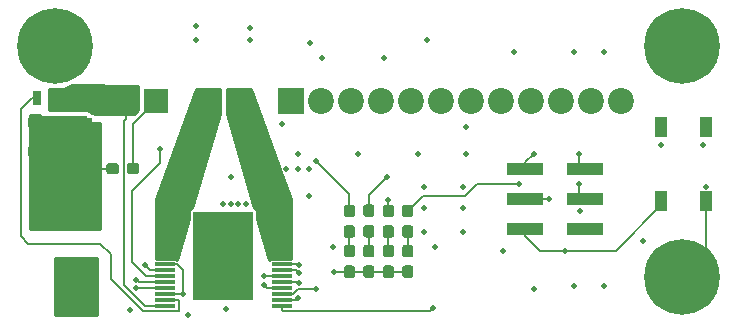
<source format=gtl>
G04 #@! TF.GenerationSoftware,KiCad,Pcbnew,5.0.2+dfsg1-1*
G04 #@! TF.CreationDate,2021-06-07T16:20:21-04:00*
G04 #@! TF.ProjectId,KyberBoard,4b796265-7242-46f6-9172-642e6b696361,rev?*
G04 #@! TF.SameCoordinates,Original*
G04 #@! TF.FileFunction,Copper,L1,Top*
G04 #@! TF.FilePolarity,Positive*
%FSLAX46Y46*%
G04 Gerber Fmt 4.6, Leading zero omitted, Abs format (unit mm)*
G04 Created by KiCad (PCBNEW 5.0.2+dfsg1-1) date Mon 07 Jun 2021 04:20:21 PM EDT*
%MOMM*%
%LPD*%
G01*
G04 APERTURE LIST*
G04 #@! TA.AperFunction,SMDPad,CuDef*
%ADD10C,1.000000*%
G04 #@! TD*
G04 #@! TA.AperFunction,Conductor*
%ADD11C,0.150000*%
G04 #@! TD*
G04 #@! TA.AperFunction,SMDPad,CuDef*
%ADD12R,0.650000X1.250000*%
G04 #@! TD*
G04 #@! TA.AperFunction,SMDPad,CuDef*
%ADD13C,2.500000*%
G04 #@! TD*
G04 #@! TA.AperFunction,SMDPad,CuDef*
%ADD14C,0.950000*%
G04 #@! TD*
G04 #@! TA.AperFunction,SMDPad,CuDef*
%ADD15R,1.700000X0.350000*%
G04 #@! TD*
G04 #@! TA.AperFunction,SMDPad,CuDef*
%ADD16R,5.200000X7.500000*%
G04 #@! TD*
G04 #@! TA.AperFunction,ViaPad*
%ADD17C,0.600000*%
G04 #@! TD*
G04 #@! TA.AperFunction,ComponentPad*
%ADD18R,2.200000X2.200000*%
G04 #@! TD*
G04 #@! TA.AperFunction,ComponentPad*
%ADD19C,2.200000*%
G04 #@! TD*
G04 #@! TA.AperFunction,ComponentPad*
%ADD20C,0.800000*%
G04 #@! TD*
G04 #@! TA.AperFunction,ComponentPad*
%ADD21C,6.400000*%
G04 #@! TD*
G04 #@! TA.AperFunction,ComponentPad*
%ADD22R,2.100000X2.100000*%
G04 #@! TD*
G04 #@! TA.AperFunction,ComponentPad*
%ADD23C,2.100000*%
G04 #@! TD*
G04 #@! TA.AperFunction,SMDPad,CuDef*
%ADD24R,3.150000X1.000000*%
G04 #@! TD*
G04 #@! TA.AperFunction,SMDPad,CuDef*
%ADD25R,1.000000X1.700000*%
G04 #@! TD*
G04 #@! TA.AperFunction,ViaPad*
%ADD26C,0.508000*%
G04 #@! TD*
G04 #@! TA.AperFunction,Conductor*
%ADD27C,0.152400*%
G04 #@! TD*
G04 #@! TA.AperFunction,Conductor*
%ADD28C,0.177800*%
G04 #@! TD*
G04 #@! TA.AperFunction,Conductor*
%ADD29C,0.203200*%
G04 #@! TD*
G04 #@! TA.AperFunction,Conductor*
%ADD30C,0.254000*%
G04 #@! TD*
G04 APERTURE END LIST*
D10*
G04 #@! TO.P,Q1,5*
G04 #@! TO.N,/hbridge/VCC*
X120523000Y-75044000D03*
D11*
G04 #@! TD*
G04 #@! TO.N,/hbridge/VCC*
G04 #@! TO.C,Q1*
G36*
X122823000Y-73994000D02*
X122823000Y-75644000D01*
X123223000Y-75644000D01*
X123223000Y-76444000D01*
X122823000Y-76444000D01*
X122823000Y-77504000D01*
X122098000Y-77504000D01*
X122098000Y-76904000D01*
X121448000Y-76904000D01*
X121448000Y-77504000D01*
X120723000Y-77504000D01*
X120723000Y-76904000D01*
X120323000Y-76904000D01*
X120323000Y-77504000D01*
X119598000Y-77504000D01*
X119598000Y-76904000D01*
X118948000Y-76904000D01*
X118948000Y-77504000D01*
X118223000Y-77504000D01*
X118223000Y-76444000D01*
X117823000Y-76444000D01*
X117823000Y-75644000D01*
X118223000Y-75644000D01*
X118223000Y-73994000D01*
X117823000Y-73994000D01*
X117823000Y-73194000D01*
X118223000Y-73194000D01*
X118223000Y-73004000D01*
X122823000Y-73004000D01*
X122823000Y-73194000D01*
X123223000Y-73194000D01*
X123223000Y-73994000D01*
X122823000Y-73994000D01*
X122823000Y-73994000D01*
G37*
D12*
G04 #@! TO.P,Q1,4*
G04 #@! TO.N,Net-(Q1-Pad4)*
X118618000Y-71479000D03*
G04 #@! TO.P,Q1,3*
G04 #@! TO.N,/BATT+*
X119888000Y-71479000D03*
G04 #@! TO.P,Q1,2*
X121158000Y-71479000D03*
G04 #@! TO.P,Q1,1*
X122428000Y-71479000D03*
G04 #@! TD*
D11*
G04 #@! TO.N,GND*
G04 #@! TO.C,C6*
G36*
X122944504Y-85473604D02*
X122968773Y-85477204D01*
X122992571Y-85483165D01*
X123015671Y-85491430D01*
X123037849Y-85501920D01*
X123058893Y-85514533D01*
X123078598Y-85529147D01*
X123096777Y-85545623D01*
X123113253Y-85563802D01*
X123127867Y-85583507D01*
X123140480Y-85604551D01*
X123150970Y-85626729D01*
X123159235Y-85649829D01*
X123165196Y-85673627D01*
X123168796Y-85697896D01*
X123170000Y-85722400D01*
X123170000Y-89622400D01*
X123168796Y-89646904D01*
X123165196Y-89671173D01*
X123159235Y-89694971D01*
X123150970Y-89718071D01*
X123140480Y-89740249D01*
X123127867Y-89761293D01*
X123113253Y-89780998D01*
X123096777Y-89799177D01*
X123078598Y-89815653D01*
X123058893Y-89830267D01*
X123037849Y-89842880D01*
X123015671Y-89853370D01*
X122992571Y-89861635D01*
X122968773Y-89867596D01*
X122944504Y-89871196D01*
X122920000Y-89872400D01*
X120920000Y-89872400D01*
X120895496Y-89871196D01*
X120871227Y-89867596D01*
X120847429Y-89861635D01*
X120824329Y-89853370D01*
X120802151Y-89842880D01*
X120781107Y-89830267D01*
X120761402Y-89815653D01*
X120743223Y-89799177D01*
X120726747Y-89780998D01*
X120712133Y-89761293D01*
X120699520Y-89740249D01*
X120689030Y-89718071D01*
X120680765Y-89694971D01*
X120674804Y-89671173D01*
X120671204Y-89646904D01*
X120670000Y-89622400D01*
X120670000Y-85722400D01*
X120671204Y-85697896D01*
X120674804Y-85673627D01*
X120680765Y-85649829D01*
X120689030Y-85626729D01*
X120699520Y-85604551D01*
X120712133Y-85583507D01*
X120726747Y-85563802D01*
X120743223Y-85545623D01*
X120761402Y-85529147D01*
X120781107Y-85514533D01*
X120802151Y-85501920D01*
X120824329Y-85491430D01*
X120847429Y-85483165D01*
X120871227Y-85477204D01*
X120895496Y-85473604D01*
X120920000Y-85472400D01*
X122920000Y-85472400D01*
X122944504Y-85473604D01*
X122944504Y-85473604D01*
G37*
D13*
G04 #@! TD*
G04 #@! TO.P,C6,2*
G04 #@! TO.N,GND*
X121920000Y-87672400D03*
D11*
G04 #@! TO.N,/hbridge/VCC*
G04 #@! TO.C,C6*
G36*
X122944504Y-78073604D02*
X122968773Y-78077204D01*
X122992571Y-78083165D01*
X123015671Y-78091430D01*
X123037849Y-78101920D01*
X123058893Y-78114533D01*
X123078598Y-78129147D01*
X123096777Y-78145623D01*
X123113253Y-78163802D01*
X123127867Y-78183507D01*
X123140480Y-78204551D01*
X123150970Y-78226729D01*
X123159235Y-78249829D01*
X123165196Y-78273627D01*
X123168796Y-78297896D01*
X123170000Y-78322400D01*
X123170000Y-82222400D01*
X123168796Y-82246904D01*
X123165196Y-82271173D01*
X123159235Y-82294971D01*
X123150970Y-82318071D01*
X123140480Y-82340249D01*
X123127867Y-82361293D01*
X123113253Y-82380998D01*
X123096777Y-82399177D01*
X123078598Y-82415653D01*
X123058893Y-82430267D01*
X123037849Y-82442880D01*
X123015671Y-82453370D01*
X122992571Y-82461635D01*
X122968773Y-82467596D01*
X122944504Y-82471196D01*
X122920000Y-82472400D01*
X120920000Y-82472400D01*
X120895496Y-82471196D01*
X120871227Y-82467596D01*
X120847429Y-82461635D01*
X120824329Y-82453370D01*
X120802151Y-82442880D01*
X120781107Y-82430267D01*
X120761402Y-82415653D01*
X120743223Y-82399177D01*
X120726747Y-82380998D01*
X120712133Y-82361293D01*
X120699520Y-82340249D01*
X120689030Y-82318071D01*
X120680765Y-82294971D01*
X120674804Y-82271173D01*
X120671204Y-82246904D01*
X120670000Y-82222400D01*
X120670000Y-78322400D01*
X120671204Y-78297896D01*
X120674804Y-78273627D01*
X120680765Y-78249829D01*
X120689030Y-78226729D01*
X120699520Y-78204551D01*
X120712133Y-78183507D01*
X120726747Y-78163802D01*
X120743223Y-78145623D01*
X120761402Y-78129147D01*
X120781107Y-78114533D01*
X120802151Y-78101920D01*
X120824329Y-78091430D01*
X120847429Y-78083165D01*
X120871227Y-78077204D01*
X120895496Y-78073604D01*
X120920000Y-78072400D01*
X122920000Y-78072400D01*
X122944504Y-78073604D01*
X122944504Y-78073604D01*
G37*
D13*
G04 #@! TD*
G04 #@! TO.P,C6,1*
G04 #@! TO.N,/hbridge/VCC*
X121920000Y-80272400D03*
D11*
G04 #@! TO.N,GND*
G04 #@! TO.C,C7*
G36*
X127042779Y-76996144D02*
X127065834Y-76999563D01*
X127088443Y-77005227D01*
X127110387Y-77013079D01*
X127131457Y-77023044D01*
X127151448Y-77035026D01*
X127170168Y-77048910D01*
X127187438Y-77064562D01*
X127203090Y-77081832D01*
X127216974Y-77100552D01*
X127228956Y-77120543D01*
X127238921Y-77141613D01*
X127246773Y-77163557D01*
X127252437Y-77186166D01*
X127255856Y-77209221D01*
X127257000Y-77232500D01*
X127257000Y-77707500D01*
X127255856Y-77730779D01*
X127252437Y-77753834D01*
X127246773Y-77776443D01*
X127238921Y-77798387D01*
X127228956Y-77819457D01*
X127216974Y-77839448D01*
X127203090Y-77858168D01*
X127187438Y-77875438D01*
X127170168Y-77891090D01*
X127151448Y-77904974D01*
X127131457Y-77916956D01*
X127110387Y-77926921D01*
X127088443Y-77934773D01*
X127065834Y-77940437D01*
X127042779Y-77943856D01*
X127019500Y-77945000D01*
X126444500Y-77945000D01*
X126421221Y-77943856D01*
X126398166Y-77940437D01*
X126375557Y-77934773D01*
X126353613Y-77926921D01*
X126332543Y-77916956D01*
X126312552Y-77904974D01*
X126293832Y-77891090D01*
X126276562Y-77875438D01*
X126260910Y-77858168D01*
X126247026Y-77839448D01*
X126235044Y-77819457D01*
X126225079Y-77798387D01*
X126217227Y-77776443D01*
X126211563Y-77753834D01*
X126208144Y-77730779D01*
X126207000Y-77707500D01*
X126207000Y-77232500D01*
X126208144Y-77209221D01*
X126211563Y-77186166D01*
X126217227Y-77163557D01*
X126225079Y-77141613D01*
X126235044Y-77120543D01*
X126247026Y-77100552D01*
X126260910Y-77081832D01*
X126276562Y-77064562D01*
X126293832Y-77048910D01*
X126312552Y-77035026D01*
X126332543Y-77023044D01*
X126353613Y-77013079D01*
X126375557Y-77005227D01*
X126398166Y-76999563D01*
X126421221Y-76996144D01*
X126444500Y-76995000D01*
X127019500Y-76995000D01*
X127042779Y-76996144D01*
X127042779Y-76996144D01*
G37*
D14*
G04 #@! TD*
G04 #@! TO.P,C7,2*
G04 #@! TO.N,GND*
X126732000Y-77470000D03*
D11*
G04 #@! TO.N,/hbridge/VCC*
G04 #@! TO.C,C7*
G36*
X125292779Y-76996144D02*
X125315834Y-76999563D01*
X125338443Y-77005227D01*
X125360387Y-77013079D01*
X125381457Y-77023044D01*
X125401448Y-77035026D01*
X125420168Y-77048910D01*
X125437438Y-77064562D01*
X125453090Y-77081832D01*
X125466974Y-77100552D01*
X125478956Y-77120543D01*
X125488921Y-77141613D01*
X125496773Y-77163557D01*
X125502437Y-77186166D01*
X125505856Y-77209221D01*
X125507000Y-77232500D01*
X125507000Y-77707500D01*
X125505856Y-77730779D01*
X125502437Y-77753834D01*
X125496773Y-77776443D01*
X125488921Y-77798387D01*
X125478956Y-77819457D01*
X125466974Y-77839448D01*
X125453090Y-77858168D01*
X125437438Y-77875438D01*
X125420168Y-77891090D01*
X125401448Y-77904974D01*
X125381457Y-77916956D01*
X125360387Y-77926921D01*
X125338443Y-77934773D01*
X125315834Y-77940437D01*
X125292779Y-77943856D01*
X125269500Y-77945000D01*
X124694500Y-77945000D01*
X124671221Y-77943856D01*
X124648166Y-77940437D01*
X124625557Y-77934773D01*
X124603613Y-77926921D01*
X124582543Y-77916956D01*
X124562552Y-77904974D01*
X124543832Y-77891090D01*
X124526562Y-77875438D01*
X124510910Y-77858168D01*
X124497026Y-77839448D01*
X124485044Y-77819457D01*
X124475079Y-77798387D01*
X124467227Y-77776443D01*
X124461563Y-77753834D01*
X124458144Y-77730779D01*
X124457000Y-77707500D01*
X124457000Y-77232500D01*
X124458144Y-77209221D01*
X124461563Y-77186166D01*
X124467227Y-77163557D01*
X124475079Y-77141613D01*
X124485044Y-77120543D01*
X124497026Y-77100552D01*
X124510910Y-77081832D01*
X124526562Y-77064562D01*
X124543832Y-77048910D01*
X124562552Y-77035026D01*
X124582543Y-77023044D01*
X124603613Y-77013079D01*
X124625557Y-77005227D01*
X124648166Y-76999563D01*
X124671221Y-76996144D01*
X124694500Y-76995000D01*
X125269500Y-76995000D01*
X125292779Y-76996144D01*
X125292779Y-76996144D01*
G37*
D14*
G04 #@! TD*
G04 #@! TO.P,C7,1*
G04 #@! TO.N,/hbridge/VCC*
X124982000Y-77470000D03*
D11*
G04 #@! TO.N,Net-(D3-Pad2)*
G04 #@! TO.C,R11*
G36*
X145294779Y-82280144D02*
X145317834Y-82283563D01*
X145340443Y-82289227D01*
X145362387Y-82297079D01*
X145383457Y-82307044D01*
X145403448Y-82319026D01*
X145422168Y-82332910D01*
X145439438Y-82348562D01*
X145455090Y-82365832D01*
X145468974Y-82384552D01*
X145480956Y-82404543D01*
X145490921Y-82425613D01*
X145498773Y-82447557D01*
X145504437Y-82470166D01*
X145507856Y-82493221D01*
X145509000Y-82516500D01*
X145509000Y-83091500D01*
X145507856Y-83114779D01*
X145504437Y-83137834D01*
X145498773Y-83160443D01*
X145490921Y-83182387D01*
X145480956Y-83203457D01*
X145468974Y-83223448D01*
X145455090Y-83242168D01*
X145439438Y-83259438D01*
X145422168Y-83275090D01*
X145403448Y-83288974D01*
X145383457Y-83300956D01*
X145362387Y-83310921D01*
X145340443Y-83318773D01*
X145317834Y-83324437D01*
X145294779Y-83327856D01*
X145271500Y-83329000D01*
X144796500Y-83329000D01*
X144773221Y-83327856D01*
X144750166Y-83324437D01*
X144727557Y-83318773D01*
X144705613Y-83310921D01*
X144684543Y-83300956D01*
X144664552Y-83288974D01*
X144645832Y-83275090D01*
X144628562Y-83259438D01*
X144612910Y-83242168D01*
X144599026Y-83223448D01*
X144587044Y-83203457D01*
X144577079Y-83182387D01*
X144569227Y-83160443D01*
X144563563Y-83137834D01*
X144560144Y-83114779D01*
X144559000Y-83091500D01*
X144559000Y-82516500D01*
X144560144Y-82493221D01*
X144563563Y-82470166D01*
X144569227Y-82447557D01*
X144577079Y-82425613D01*
X144587044Y-82404543D01*
X144599026Y-82384552D01*
X144612910Y-82365832D01*
X144628562Y-82348562D01*
X144645832Y-82332910D01*
X144664552Y-82319026D01*
X144684543Y-82307044D01*
X144705613Y-82297079D01*
X144727557Y-82289227D01*
X144750166Y-82283563D01*
X144773221Y-82280144D01*
X144796500Y-82279000D01*
X145271500Y-82279000D01*
X145294779Y-82280144D01*
X145294779Y-82280144D01*
G37*
D14*
G04 #@! TD*
G04 #@! TO.P,R11,2*
G04 #@! TO.N,Net-(D3-Pad2)*
X145034000Y-82804000D03*
D11*
G04 #@! TO.N,Net-(Q2-Pad4)*
G04 #@! TO.C,R11*
G36*
X145294779Y-80530144D02*
X145317834Y-80533563D01*
X145340443Y-80539227D01*
X145362387Y-80547079D01*
X145383457Y-80557044D01*
X145403448Y-80569026D01*
X145422168Y-80582910D01*
X145439438Y-80598562D01*
X145455090Y-80615832D01*
X145468974Y-80634552D01*
X145480956Y-80654543D01*
X145490921Y-80675613D01*
X145498773Y-80697557D01*
X145504437Y-80720166D01*
X145507856Y-80743221D01*
X145509000Y-80766500D01*
X145509000Y-81341500D01*
X145507856Y-81364779D01*
X145504437Y-81387834D01*
X145498773Y-81410443D01*
X145490921Y-81432387D01*
X145480956Y-81453457D01*
X145468974Y-81473448D01*
X145455090Y-81492168D01*
X145439438Y-81509438D01*
X145422168Y-81525090D01*
X145403448Y-81538974D01*
X145383457Y-81550956D01*
X145362387Y-81560921D01*
X145340443Y-81568773D01*
X145317834Y-81574437D01*
X145294779Y-81577856D01*
X145271500Y-81579000D01*
X144796500Y-81579000D01*
X144773221Y-81577856D01*
X144750166Y-81574437D01*
X144727557Y-81568773D01*
X144705613Y-81560921D01*
X144684543Y-81550956D01*
X144664552Y-81538974D01*
X144645832Y-81525090D01*
X144628562Y-81509438D01*
X144612910Y-81492168D01*
X144599026Y-81473448D01*
X144587044Y-81453457D01*
X144577079Y-81432387D01*
X144569227Y-81410443D01*
X144563563Y-81387834D01*
X144560144Y-81364779D01*
X144559000Y-81341500D01*
X144559000Y-80766500D01*
X144560144Y-80743221D01*
X144563563Y-80720166D01*
X144569227Y-80697557D01*
X144577079Y-80675613D01*
X144587044Y-80654543D01*
X144599026Y-80634552D01*
X144612910Y-80615832D01*
X144628562Y-80598562D01*
X144645832Y-80582910D01*
X144664552Y-80569026D01*
X144684543Y-80557044D01*
X144705613Y-80547079D01*
X144727557Y-80539227D01*
X144750166Y-80533563D01*
X144773221Y-80530144D01*
X144796500Y-80529000D01*
X145271500Y-80529000D01*
X145294779Y-80530144D01*
X145294779Y-80530144D01*
G37*
D14*
G04 #@! TD*
G04 #@! TO.P,R11,1*
G04 #@! TO.N,Net-(Q2-Pad4)*
X145034000Y-81054000D03*
D15*
G04 #@! TO.P,U2,1*
G04 #@! TO.N,/MOT+*
X129433500Y-80586000D03*
G04 #@! TO.P,U2,2*
X129433500Y-81086000D03*
G04 #@! TO.P,U2,3*
X129433500Y-81586000D03*
G04 #@! TO.P,U2,4*
X129433500Y-82086000D03*
G04 #@! TO.P,U2,5*
X129433500Y-82586000D03*
G04 #@! TO.P,U2,6*
X129433500Y-83086000D03*
G04 #@! TO.P,U2,7*
X129433500Y-83586000D03*
G04 #@! TO.P,U2,8*
X129433500Y-84086000D03*
G04 #@! TO.P,U2,9*
X129433500Y-84586000D03*
G04 #@! TO.P,U2,10*
X129433500Y-85086000D03*
G04 #@! TO.P,U2,11*
G04 #@! TO.N,/hbridge/INA*
X129433500Y-85586000D03*
G04 #@! TO.P,U2,12*
G04 #@! TO.N,+3V3*
X129433500Y-86086000D03*
G04 #@! TO.P,U2,13*
G04 #@! TO.N,Net-(Q4-Pad4)*
X129433500Y-86586000D03*
G04 #@! TO.P,U2,14*
G04 #@! TO.N,GND*
X129433500Y-87086000D03*
G04 #@! TO.P,U2,15*
G04 #@! TO.N,Net-(R12-Pad1)*
X129433500Y-87586000D03*
G04 #@! TO.P,U2,16*
G04 #@! TO.N,/hbridge/INA*
X129433500Y-88086000D03*
G04 #@! TO.P,U2,17*
G04 #@! TO.N,Net-(Q1-Pad4)*
X129433500Y-88586000D03*
G04 #@! TO.P,U2,18*
G04 #@! TO.N,/BATT+*
X129433500Y-89086000D03*
G04 #@! TO.P,U2,19*
G04 #@! TO.N,/hbridge/imtr*
X139298500Y-89086000D03*
G04 #@! TO.P,U2,20*
G04 #@! TO.N,/hbridge/PWM_MTR*
X139298500Y-88586000D03*
G04 #@! TO.P,U2,21*
G04 #@! TO.N,/hbridge/INB*
X139298500Y-88086000D03*
G04 #@! TO.P,U2,22*
G04 #@! TO.N,Net-(R13-Pad1)*
X139298500Y-87586000D03*
G04 #@! TO.P,U2,23*
G04 #@! TO.N,GND*
X139298500Y-87086000D03*
G04 #@! TO.P,U2,24*
G04 #@! TO.N,Net-(Q4-Pad2)*
X139298500Y-86586000D03*
G04 #@! TO.P,U2,25*
G04 #@! TO.N,Net-(C8-Pad1)*
X139298500Y-86086000D03*
G04 #@! TO.P,U2,26*
G04 #@! TO.N,GND*
X139298500Y-85586000D03*
G04 #@! TO.P,U2,27*
G04 #@! TO.N,/MOT-*
X139298500Y-85086000D03*
G04 #@! TO.P,U2,28*
X139298500Y-84586000D03*
G04 #@! TO.P,U2,29*
X139298500Y-84086000D03*
G04 #@! TO.P,U2,30*
X139298500Y-83586000D03*
G04 #@! TO.P,U2,31*
X139298500Y-83086000D03*
G04 #@! TO.P,U2,32*
X139298500Y-82586000D03*
G04 #@! TO.P,U2,33*
X139298500Y-82086000D03*
G04 #@! TO.P,U2,34*
X139298500Y-81586000D03*
G04 #@! TO.P,U2,35*
X139298500Y-81086000D03*
G04 #@! TO.P,U2,36*
X139298500Y-80586000D03*
D16*
G04 #@! TO.P,U2,37*
G04 #@! TO.N,/hbridge/VCC*
X134366000Y-84836000D03*
D17*
G04 #@! TD*
G04 #@! TO.N,/hbridge/VCC*
G04 #@! TO.C,U2*
X132866000Y-83336000D03*
G04 #@! TO.N,/hbridge/VCC*
G04 #@! TO.C,U2*
X134366000Y-83336000D03*
X135866000Y-83336000D03*
X132866000Y-84336000D03*
X134366000Y-84336000D03*
X135866000Y-84336000D03*
X132866000Y-85336000D03*
X134366000Y-85336000D03*
X135866000Y-85336000D03*
X132866000Y-86336000D03*
X134366000Y-86336000D03*
X135866000Y-86336000D03*
G04 #@! TD*
D11*
G04 #@! TO.N,/micro/LED_HBEAT*
G04 #@! TO.C,R6*
G36*
X150247779Y-80530144D02*
X150270834Y-80533563D01*
X150293443Y-80539227D01*
X150315387Y-80547079D01*
X150336457Y-80557044D01*
X150356448Y-80569026D01*
X150375168Y-80582910D01*
X150392438Y-80598562D01*
X150408090Y-80615832D01*
X150421974Y-80634552D01*
X150433956Y-80654543D01*
X150443921Y-80675613D01*
X150451773Y-80697557D01*
X150457437Y-80720166D01*
X150460856Y-80743221D01*
X150462000Y-80766500D01*
X150462000Y-81341500D01*
X150460856Y-81364779D01*
X150457437Y-81387834D01*
X150451773Y-81410443D01*
X150443921Y-81432387D01*
X150433956Y-81453457D01*
X150421974Y-81473448D01*
X150408090Y-81492168D01*
X150392438Y-81509438D01*
X150375168Y-81525090D01*
X150356448Y-81538974D01*
X150336457Y-81550956D01*
X150315387Y-81560921D01*
X150293443Y-81568773D01*
X150270834Y-81574437D01*
X150247779Y-81577856D01*
X150224500Y-81579000D01*
X149749500Y-81579000D01*
X149726221Y-81577856D01*
X149703166Y-81574437D01*
X149680557Y-81568773D01*
X149658613Y-81560921D01*
X149637543Y-81550956D01*
X149617552Y-81538974D01*
X149598832Y-81525090D01*
X149581562Y-81509438D01*
X149565910Y-81492168D01*
X149552026Y-81473448D01*
X149540044Y-81453457D01*
X149530079Y-81432387D01*
X149522227Y-81410443D01*
X149516563Y-81387834D01*
X149513144Y-81364779D01*
X149512000Y-81341500D01*
X149512000Y-80766500D01*
X149513144Y-80743221D01*
X149516563Y-80720166D01*
X149522227Y-80697557D01*
X149530079Y-80675613D01*
X149540044Y-80654543D01*
X149552026Y-80634552D01*
X149565910Y-80615832D01*
X149581562Y-80598562D01*
X149598832Y-80582910D01*
X149617552Y-80569026D01*
X149637543Y-80557044D01*
X149658613Y-80547079D01*
X149680557Y-80539227D01*
X149703166Y-80533563D01*
X149726221Y-80530144D01*
X149749500Y-80529000D01*
X150224500Y-80529000D01*
X150247779Y-80530144D01*
X150247779Y-80530144D01*
G37*
D14*
G04 #@! TD*
G04 #@! TO.P,R6,2*
G04 #@! TO.N,/micro/LED_HBEAT*
X149987000Y-81054000D03*
D11*
G04 #@! TO.N,Net-(D1-Pad2)*
G04 #@! TO.C,R6*
G36*
X150247779Y-82280144D02*
X150270834Y-82283563D01*
X150293443Y-82289227D01*
X150315387Y-82297079D01*
X150336457Y-82307044D01*
X150356448Y-82319026D01*
X150375168Y-82332910D01*
X150392438Y-82348562D01*
X150408090Y-82365832D01*
X150421974Y-82384552D01*
X150433956Y-82404543D01*
X150443921Y-82425613D01*
X150451773Y-82447557D01*
X150457437Y-82470166D01*
X150460856Y-82493221D01*
X150462000Y-82516500D01*
X150462000Y-83091500D01*
X150460856Y-83114779D01*
X150457437Y-83137834D01*
X150451773Y-83160443D01*
X150443921Y-83182387D01*
X150433956Y-83203457D01*
X150421974Y-83223448D01*
X150408090Y-83242168D01*
X150392438Y-83259438D01*
X150375168Y-83275090D01*
X150356448Y-83288974D01*
X150336457Y-83300956D01*
X150315387Y-83310921D01*
X150293443Y-83318773D01*
X150270834Y-83324437D01*
X150247779Y-83327856D01*
X150224500Y-83329000D01*
X149749500Y-83329000D01*
X149726221Y-83327856D01*
X149703166Y-83324437D01*
X149680557Y-83318773D01*
X149658613Y-83310921D01*
X149637543Y-83300956D01*
X149617552Y-83288974D01*
X149598832Y-83275090D01*
X149581562Y-83259438D01*
X149565910Y-83242168D01*
X149552026Y-83223448D01*
X149540044Y-83203457D01*
X149530079Y-83182387D01*
X149522227Y-83160443D01*
X149516563Y-83137834D01*
X149513144Y-83114779D01*
X149512000Y-83091500D01*
X149512000Y-82516500D01*
X149513144Y-82493221D01*
X149516563Y-82470166D01*
X149522227Y-82447557D01*
X149530079Y-82425613D01*
X149540044Y-82404543D01*
X149552026Y-82384552D01*
X149565910Y-82365832D01*
X149581562Y-82348562D01*
X149598832Y-82332910D01*
X149617552Y-82319026D01*
X149637543Y-82307044D01*
X149658613Y-82297079D01*
X149680557Y-82289227D01*
X149703166Y-82283563D01*
X149726221Y-82280144D01*
X149749500Y-82279000D01*
X150224500Y-82279000D01*
X150247779Y-82280144D01*
X150247779Y-82280144D01*
G37*
D14*
G04 #@! TD*
G04 #@! TO.P,R6,1*
G04 #@! TO.N,Net-(D1-Pad2)*
X149987000Y-82804000D03*
D11*
G04 #@! TO.N,Net-(D10-Pad2)*
G04 #@! TO.C,R18*
G36*
X146945779Y-82266144D02*
X146968834Y-82269563D01*
X146991443Y-82275227D01*
X147013387Y-82283079D01*
X147034457Y-82293044D01*
X147054448Y-82305026D01*
X147073168Y-82318910D01*
X147090438Y-82334562D01*
X147106090Y-82351832D01*
X147119974Y-82370552D01*
X147131956Y-82390543D01*
X147141921Y-82411613D01*
X147149773Y-82433557D01*
X147155437Y-82456166D01*
X147158856Y-82479221D01*
X147160000Y-82502500D01*
X147160000Y-83077500D01*
X147158856Y-83100779D01*
X147155437Y-83123834D01*
X147149773Y-83146443D01*
X147141921Y-83168387D01*
X147131956Y-83189457D01*
X147119974Y-83209448D01*
X147106090Y-83228168D01*
X147090438Y-83245438D01*
X147073168Y-83261090D01*
X147054448Y-83274974D01*
X147034457Y-83286956D01*
X147013387Y-83296921D01*
X146991443Y-83304773D01*
X146968834Y-83310437D01*
X146945779Y-83313856D01*
X146922500Y-83315000D01*
X146447500Y-83315000D01*
X146424221Y-83313856D01*
X146401166Y-83310437D01*
X146378557Y-83304773D01*
X146356613Y-83296921D01*
X146335543Y-83286956D01*
X146315552Y-83274974D01*
X146296832Y-83261090D01*
X146279562Y-83245438D01*
X146263910Y-83228168D01*
X146250026Y-83209448D01*
X146238044Y-83189457D01*
X146228079Y-83168387D01*
X146220227Y-83146443D01*
X146214563Y-83123834D01*
X146211144Y-83100779D01*
X146210000Y-83077500D01*
X146210000Y-82502500D01*
X146211144Y-82479221D01*
X146214563Y-82456166D01*
X146220227Y-82433557D01*
X146228079Y-82411613D01*
X146238044Y-82390543D01*
X146250026Y-82370552D01*
X146263910Y-82351832D01*
X146279562Y-82334562D01*
X146296832Y-82318910D01*
X146315552Y-82305026D01*
X146335543Y-82293044D01*
X146356613Y-82283079D01*
X146378557Y-82275227D01*
X146401166Y-82269563D01*
X146424221Y-82266144D01*
X146447500Y-82265000D01*
X146922500Y-82265000D01*
X146945779Y-82266144D01*
X146945779Y-82266144D01*
G37*
D14*
G04 #@! TD*
G04 #@! TO.P,R18,2*
G04 #@! TO.N,Net-(D10-Pad2)*
X146685000Y-82790000D03*
D11*
G04 #@! TO.N,+12C*
G04 #@! TO.C,R18*
G36*
X146945779Y-80516144D02*
X146968834Y-80519563D01*
X146991443Y-80525227D01*
X147013387Y-80533079D01*
X147034457Y-80543044D01*
X147054448Y-80555026D01*
X147073168Y-80568910D01*
X147090438Y-80584562D01*
X147106090Y-80601832D01*
X147119974Y-80620552D01*
X147131956Y-80640543D01*
X147141921Y-80661613D01*
X147149773Y-80683557D01*
X147155437Y-80706166D01*
X147158856Y-80729221D01*
X147160000Y-80752500D01*
X147160000Y-81327500D01*
X147158856Y-81350779D01*
X147155437Y-81373834D01*
X147149773Y-81396443D01*
X147141921Y-81418387D01*
X147131956Y-81439457D01*
X147119974Y-81459448D01*
X147106090Y-81478168D01*
X147090438Y-81495438D01*
X147073168Y-81511090D01*
X147054448Y-81524974D01*
X147034457Y-81536956D01*
X147013387Y-81546921D01*
X146991443Y-81554773D01*
X146968834Y-81560437D01*
X146945779Y-81563856D01*
X146922500Y-81565000D01*
X146447500Y-81565000D01*
X146424221Y-81563856D01*
X146401166Y-81560437D01*
X146378557Y-81554773D01*
X146356613Y-81546921D01*
X146335543Y-81536956D01*
X146315552Y-81524974D01*
X146296832Y-81511090D01*
X146279562Y-81495438D01*
X146263910Y-81478168D01*
X146250026Y-81459448D01*
X146238044Y-81439457D01*
X146228079Y-81418387D01*
X146220227Y-81396443D01*
X146214563Y-81373834D01*
X146211144Y-81350779D01*
X146210000Y-81327500D01*
X146210000Y-80752500D01*
X146211144Y-80729221D01*
X146214563Y-80706166D01*
X146220227Y-80683557D01*
X146228079Y-80661613D01*
X146238044Y-80640543D01*
X146250026Y-80620552D01*
X146263910Y-80601832D01*
X146279562Y-80584562D01*
X146296832Y-80568910D01*
X146315552Y-80555026D01*
X146335543Y-80543044D01*
X146356613Y-80533079D01*
X146378557Y-80525227D01*
X146401166Y-80519563D01*
X146424221Y-80516144D01*
X146447500Y-80515000D01*
X146922500Y-80515000D01*
X146945779Y-80516144D01*
X146945779Y-80516144D01*
G37*
D14*
G04 #@! TD*
G04 #@! TO.P,R18,1*
G04 #@! TO.N,+12C*
X146685000Y-81040000D03*
D11*
G04 #@! TO.N,+3V3*
G04 #@! TO.C,R19*
G36*
X148596779Y-80530144D02*
X148619834Y-80533563D01*
X148642443Y-80539227D01*
X148664387Y-80547079D01*
X148685457Y-80557044D01*
X148705448Y-80569026D01*
X148724168Y-80582910D01*
X148741438Y-80598562D01*
X148757090Y-80615832D01*
X148770974Y-80634552D01*
X148782956Y-80654543D01*
X148792921Y-80675613D01*
X148800773Y-80697557D01*
X148806437Y-80720166D01*
X148809856Y-80743221D01*
X148811000Y-80766500D01*
X148811000Y-81341500D01*
X148809856Y-81364779D01*
X148806437Y-81387834D01*
X148800773Y-81410443D01*
X148792921Y-81432387D01*
X148782956Y-81453457D01*
X148770974Y-81473448D01*
X148757090Y-81492168D01*
X148741438Y-81509438D01*
X148724168Y-81525090D01*
X148705448Y-81538974D01*
X148685457Y-81550956D01*
X148664387Y-81560921D01*
X148642443Y-81568773D01*
X148619834Y-81574437D01*
X148596779Y-81577856D01*
X148573500Y-81579000D01*
X148098500Y-81579000D01*
X148075221Y-81577856D01*
X148052166Y-81574437D01*
X148029557Y-81568773D01*
X148007613Y-81560921D01*
X147986543Y-81550956D01*
X147966552Y-81538974D01*
X147947832Y-81525090D01*
X147930562Y-81509438D01*
X147914910Y-81492168D01*
X147901026Y-81473448D01*
X147889044Y-81453457D01*
X147879079Y-81432387D01*
X147871227Y-81410443D01*
X147865563Y-81387834D01*
X147862144Y-81364779D01*
X147861000Y-81341500D01*
X147861000Y-80766500D01*
X147862144Y-80743221D01*
X147865563Y-80720166D01*
X147871227Y-80697557D01*
X147879079Y-80675613D01*
X147889044Y-80654543D01*
X147901026Y-80634552D01*
X147914910Y-80615832D01*
X147930562Y-80598562D01*
X147947832Y-80582910D01*
X147966552Y-80569026D01*
X147986543Y-80557044D01*
X148007613Y-80547079D01*
X148029557Y-80539227D01*
X148052166Y-80533563D01*
X148075221Y-80530144D01*
X148098500Y-80529000D01*
X148573500Y-80529000D01*
X148596779Y-80530144D01*
X148596779Y-80530144D01*
G37*
D14*
G04 #@! TD*
G04 #@! TO.P,R19,1*
G04 #@! TO.N,+3V3*
X148336000Y-81054000D03*
D11*
G04 #@! TO.N,Net-(D11-Pad2)*
G04 #@! TO.C,R19*
G36*
X148596779Y-82280144D02*
X148619834Y-82283563D01*
X148642443Y-82289227D01*
X148664387Y-82297079D01*
X148685457Y-82307044D01*
X148705448Y-82319026D01*
X148724168Y-82332910D01*
X148741438Y-82348562D01*
X148757090Y-82365832D01*
X148770974Y-82384552D01*
X148782956Y-82404543D01*
X148792921Y-82425613D01*
X148800773Y-82447557D01*
X148806437Y-82470166D01*
X148809856Y-82493221D01*
X148811000Y-82516500D01*
X148811000Y-83091500D01*
X148809856Y-83114779D01*
X148806437Y-83137834D01*
X148800773Y-83160443D01*
X148792921Y-83182387D01*
X148782956Y-83203457D01*
X148770974Y-83223448D01*
X148757090Y-83242168D01*
X148741438Y-83259438D01*
X148724168Y-83275090D01*
X148705448Y-83288974D01*
X148685457Y-83300956D01*
X148664387Y-83310921D01*
X148642443Y-83318773D01*
X148619834Y-83324437D01*
X148596779Y-83327856D01*
X148573500Y-83329000D01*
X148098500Y-83329000D01*
X148075221Y-83327856D01*
X148052166Y-83324437D01*
X148029557Y-83318773D01*
X148007613Y-83310921D01*
X147986543Y-83300956D01*
X147966552Y-83288974D01*
X147947832Y-83275090D01*
X147930562Y-83259438D01*
X147914910Y-83242168D01*
X147901026Y-83223448D01*
X147889044Y-83203457D01*
X147879079Y-83182387D01*
X147871227Y-83160443D01*
X147865563Y-83137834D01*
X147862144Y-83114779D01*
X147861000Y-83091500D01*
X147861000Y-82516500D01*
X147862144Y-82493221D01*
X147865563Y-82470166D01*
X147871227Y-82447557D01*
X147879079Y-82425613D01*
X147889044Y-82404543D01*
X147901026Y-82384552D01*
X147914910Y-82365832D01*
X147930562Y-82348562D01*
X147947832Y-82332910D01*
X147966552Y-82319026D01*
X147986543Y-82307044D01*
X148007613Y-82297079D01*
X148029557Y-82289227D01*
X148052166Y-82283563D01*
X148075221Y-82280144D01*
X148098500Y-82279000D01*
X148573500Y-82279000D01*
X148596779Y-82280144D01*
X148596779Y-82280144D01*
G37*
D14*
G04 #@! TD*
G04 #@! TO.P,R19,2*
G04 #@! TO.N,Net-(D11-Pad2)*
X148336000Y-82804000D03*
D18*
G04 #@! TO.P,,1*
G04 #@! TO.N,+12V*
X140081000Y-71755000D03*
D19*
G04 #@! TO.P,,2*
G04 #@! TO.N,/SOL-*
X142621000Y-71755000D03*
G04 #@! TO.P,,3*
G04 #@! TO.N,/LED+*
X145161000Y-71755000D03*
G04 #@! TO.P,,4*
G04 #@! TO.N,/LED-*
X147701000Y-71755000D03*
G04 #@! TO.P,,5*
G04 #@! TO.N,/SPKR+*
X150241000Y-71755000D03*
G04 #@! TO.P,,6*
G04 #@! TO.N,/SPKR-*
X152781000Y-71755000D03*
G04 #@! TO.P,,7*
G04 #@! TO.N,+3V3*
X155321000Y-71755000D03*
G04 #@! TO.P,,8*
G04 #@! TO.N,/BTN*
X157861000Y-71755000D03*
G04 #@! TO.P,,9*
G04 #@! TO.N,+3V3*
X160401000Y-71755000D03*
G04 #@! TO.P,,10*
G04 #@! TO.N,/ENC_A*
X162941000Y-71755000D03*
G04 #@! TO.P,,11*
G04 #@! TO.N,/ENC_B*
X165481000Y-71755000D03*
G04 #@! TO.P,,12*
G04 #@! TO.N,GND*
X168021000Y-71755000D03*
G04 #@! TD*
D11*
G04 #@! TO.N,Net-(D1-Pad2)*
G04 #@! TO.C,HBT*
G36*
X150247779Y-83931144D02*
X150270834Y-83934563D01*
X150293443Y-83940227D01*
X150315387Y-83948079D01*
X150336457Y-83958044D01*
X150356448Y-83970026D01*
X150375168Y-83983910D01*
X150392438Y-83999562D01*
X150408090Y-84016832D01*
X150421974Y-84035552D01*
X150433956Y-84055543D01*
X150443921Y-84076613D01*
X150451773Y-84098557D01*
X150457437Y-84121166D01*
X150460856Y-84144221D01*
X150462000Y-84167500D01*
X150462000Y-84742500D01*
X150460856Y-84765779D01*
X150457437Y-84788834D01*
X150451773Y-84811443D01*
X150443921Y-84833387D01*
X150433956Y-84854457D01*
X150421974Y-84874448D01*
X150408090Y-84893168D01*
X150392438Y-84910438D01*
X150375168Y-84926090D01*
X150356448Y-84939974D01*
X150336457Y-84951956D01*
X150315387Y-84961921D01*
X150293443Y-84969773D01*
X150270834Y-84975437D01*
X150247779Y-84978856D01*
X150224500Y-84980000D01*
X149749500Y-84980000D01*
X149726221Y-84978856D01*
X149703166Y-84975437D01*
X149680557Y-84969773D01*
X149658613Y-84961921D01*
X149637543Y-84951956D01*
X149617552Y-84939974D01*
X149598832Y-84926090D01*
X149581562Y-84910438D01*
X149565910Y-84893168D01*
X149552026Y-84874448D01*
X149540044Y-84854457D01*
X149530079Y-84833387D01*
X149522227Y-84811443D01*
X149516563Y-84788834D01*
X149513144Y-84765779D01*
X149512000Y-84742500D01*
X149512000Y-84167500D01*
X149513144Y-84144221D01*
X149516563Y-84121166D01*
X149522227Y-84098557D01*
X149530079Y-84076613D01*
X149540044Y-84055543D01*
X149552026Y-84035552D01*
X149565910Y-84016832D01*
X149581562Y-83999562D01*
X149598832Y-83983910D01*
X149617552Y-83970026D01*
X149637543Y-83958044D01*
X149658613Y-83948079D01*
X149680557Y-83940227D01*
X149703166Y-83934563D01*
X149726221Y-83931144D01*
X149749500Y-83930000D01*
X150224500Y-83930000D01*
X150247779Y-83931144D01*
X150247779Y-83931144D01*
G37*
D14*
G04 #@! TD*
G04 #@! TO.P,HBT,2*
G04 #@! TO.N,Net-(D1-Pad2)*
X149987000Y-84455000D03*
D11*
G04 #@! TO.N,GND*
G04 #@! TO.C,HBT*
G36*
X150247779Y-85681144D02*
X150270834Y-85684563D01*
X150293443Y-85690227D01*
X150315387Y-85698079D01*
X150336457Y-85708044D01*
X150356448Y-85720026D01*
X150375168Y-85733910D01*
X150392438Y-85749562D01*
X150408090Y-85766832D01*
X150421974Y-85785552D01*
X150433956Y-85805543D01*
X150443921Y-85826613D01*
X150451773Y-85848557D01*
X150457437Y-85871166D01*
X150460856Y-85894221D01*
X150462000Y-85917500D01*
X150462000Y-86492500D01*
X150460856Y-86515779D01*
X150457437Y-86538834D01*
X150451773Y-86561443D01*
X150443921Y-86583387D01*
X150433956Y-86604457D01*
X150421974Y-86624448D01*
X150408090Y-86643168D01*
X150392438Y-86660438D01*
X150375168Y-86676090D01*
X150356448Y-86689974D01*
X150336457Y-86701956D01*
X150315387Y-86711921D01*
X150293443Y-86719773D01*
X150270834Y-86725437D01*
X150247779Y-86728856D01*
X150224500Y-86730000D01*
X149749500Y-86730000D01*
X149726221Y-86728856D01*
X149703166Y-86725437D01*
X149680557Y-86719773D01*
X149658613Y-86711921D01*
X149637543Y-86701956D01*
X149617552Y-86689974D01*
X149598832Y-86676090D01*
X149581562Y-86660438D01*
X149565910Y-86643168D01*
X149552026Y-86624448D01*
X149540044Y-86604457D01*
X149530079Y-86583387D01*
X149522227Y-86561443D01*
X149516563Y-86538834D01*
X149513144Y-86515779D01*
X149512000Y-86492500D01*
X149512000Y-85917500D01*
X149513144Y-85894221D01*
X149516563Y-85871166D01*
X149522227Y-85848557D01*
X149530079Y-85826613D01*
X149540044Y-85805543D01*
X149552026Y-85785552D01*
X149565910Y-85766832D01*
X149581562Y-85749562D01*
X149598832Y-85733910D01*
X149617552Y-85720026D01*
X149637543Y-85708044D01*
X149658613Y-85698079D01*
X149680557Y-85690227D01*
X149703166Y-85684563D01*
X149726221Y-85681144D01*
X149749500Y-85680000D01*
X150224500Y-85680000D01*
X150247779Y-85681144D01*
X150247779Y-85681144D01*
G37*
D14*
G04 #@! TD*
G04 #@! TO.P,HBT,1*
G04 #@! TO.N,GND*
X149987000Y-86205000D03*
D11*
G04 #@! TO.N,GND*
G04 #@! TO.C,UVL*
G36*
X145294779Y-85681144D02*
X145317834Y-85684563D01*
X145340443Y-85690227D01*
X145362387Y-85698079D01*
X145383457Y-85708044D01*
X145403448Y-85720026D01*
X145422168Y-85733910D01*
X145439438Y-85749562D01*
X145455090Y-85766832D01*
X145468974Y-85785552D01*
X145480956Y-85805543D01*
X145490921Y-85826613D01*
X145498773Y-85848557D01*
X145504437Y-85871166D01*
X145507856Y-85894221D01*
X145509000Y-85917500D01*
X145509000Y-86492500D01*
X145507856Y-86515779D01*
X145504437Y-86538834D01*
X145498773Y-86561443D01*
X145490921Y-86583387D01*
X145480956Y-86604457D01*
X145468974Y-86624448D01*
X145455090Y-86643168D01*
X145439438Y-86660438D01*
X145422168Y-86676090D01*
X145403448Y-86689974D01*
X145383457Y-86701956D01*
X145362387Y-86711921D01*
X145340443Y-86719773D01*
X145317834Y-86725437D01*
X145294779Y-86728856D01*
X145271500Y-86730000D01*
X144796500Y-86730000D01*
X144773221Y-86728856D01*
X144750166Y-86725437D01*
X144727557Y-86719773D01*
X144705613Y-86711921D01*
X144684543Y-86701956D01*
X144664552Y-86689974D01*
X144645832Y-86676090D01*
X144628562Y-86660438D01*
X144612910Y-86643168D01*
X144599026Y-86624448D01*
X144587044Y-86604457D01*
X144577079Y-86583387D01*
X144569227Y-86561443D01*
X144563563Y-86538834D01*
X144560144Y-86515779D01*
X144559000Y-86492500D01*
X144559000Y-85917500D01*
X144560144Y-85894221D01*
X144563563Y-85871166D01*
X144569227Y-85848557D01*
X144577079Y-85826613D01*
X144587044Y-85805543D01*
X144599026Y-85785552D01*
X144612910Y-85766832D01*
X144628562Y-85749562D01*
X144645832Y-85733910D01*
X144664552Y-85720026D01*
X144684543Y-85708044D01*
X144705613Y-85698079D01*
X144727557Y-85690227D01*
X144750166Y-85684563D01*
X144773221Y-85681144D01*
X144796500Y-85680000D01*
X145271500Y-85680000D01*
X145294779Y-85681144D01*
X145294779Y-85681144D01*
G37*
D14*
G04 #@! TD*
G04 #@! TO.P,UVL,1*
G04 #@! TO.N,GND*
X145034000Y-86205000D03*
D11*
G04 #@! TO.N,Net-(D3-Pad2)*
G04 #@! TO.C,UVL*
G36*
X145294779Y-83931144D02*
X145317834Y-83934563D01*
X145340443Y-83940227D01*
X145362387Y-83948079D01*
X145383457Y-83958044D01*
X145403448Y-83970026D01*
X145422168Y-83983910D01*
X145439438Y-83999562D01*
X145455090Y-84016832D01*
X145468974Y-84035552D01*
X145480956Y-84055543D01*
X145490921Y-84076613D01*
X145498773Y-84098557D01*
X145504437Y-84121166D01*
X145507856Y-84144221D01*
X145509000Y-84167500D01*
X145509000Y-84742500D01*
X145507856Y-84765779D01*
X145504437Y-84788834D01*
X145498773Y-84811443D01*
X145490921Y-84833387D01*
X145480956Y-84854457D01*
X145468974Y-84874448D01*
X145455090Y-84893168D01*
X145439438Y-84910438D01*
X145422168Y-84926090D01*
X145403448Y-84939974D01*
X145383457Y-84951956D01*
X145362387Y-84961921D01*
X145340443Y-84969773D01*
X145317834Y-84975437D01*
X145294779Y-84978856D01*
X145271500Y-84980000D01*
X144796500Y-84980000D01*
X144773221Y-84978856D01*
X144750166Y-84975437D01*
X144727557Y-84969773D01*
X144705613Y-84961921D01*
X144684543Y-84951956D01*
X144664552Y-84939974D01*
X144645832Y-84926090D01*
X144628562Y-84910438D01*
X144612910Y-84893168D01*
X144599026Y-84874448D01*
X144587044Y-84854457D01*
X144577079Y-84833387D01*
X144569227Y-84811443D01*
X144563563Y-84788834D01*
X144560144Y-84765779D01*
X144559000Y-84742500D01*
X144559000Y-84167500D01*
X144560144Y-84144221D01*
X144563563Y-84121166D01*
X144569227Y-84098557D01*
X144577079Y-84076613D01*
X144587044Y-84055543D01*
X144599026Y-84035552D01*
X144612910Y-84016832D01*
X144628562Y-83999562D01*
X144645832Y-83983910D01*
X144664552Y-83970026D01*
X144684543Y-83958044D01*
X144705613Y-83948079D01*
X144727557Y-83940227D01*
X144750166Y-83934563D01*
X144773221Y-83931144D01*
X144796500Y-83930000D01*
X145271500Y-83930000D01*
X145294779Y-83931144D01*
X145294779Y-83931144D01*
G37*
D14*
G04 #@! TD*
G04 #@! TO.P,UVL,2*
G04 #@! TO.N,Net-(D3-Pad2)*
X145034000Y-84455000D03*
D11*
G04 #@! TO.N,GND*
G04 #@! TO.C,12C*
G36*
X146945779Y-85681144D02*
X146968834Y-85684563D01*
X146991443Y-85690227D01*
X147013387Y-85698079D01*
X147034457Y-85708044D01*
X147054448Y-85720026D01*
X147073168Y-85733910D01*
X147090438Y-85749562D01*
X147106090Y-85766832D01*
X147119974Y-85785552D01*
X147131956Y-85805543D01*
X147141921Y-85826613D01*
X147149773Y-85848557D01*
X147155437Y-85871166D01*
X147158856Y-85894221D01*
X147160000Y-85917500D01*
X147160000Y-86492500D01*
X147158856Y-86515779D01*
X147155437Y-86538834D01*
X147149773Y-86561443D01*
X147141921Y-86583387D01*
X147131956Y-86604457D01*
X147119974Y-86624448D01*
X147106090Y-86643168D01*
X147090438Y-86660438D01*
X147073168Y-86676090D01*
X147054448Y-86689974D01*
X147034457Y-86701956D01*
X147013387Y-86711921D01*
X146991443Y-86719773D01*
X146968834Y-86725437D01*
X146945779Y-86728856D01*
X146922500Y-86730000D01*
X146447500Y-86730000D01*
X146424221Y-86728856D01*
X146401166Y-86725437D01*
X146378557Y-86719773D01*
X146356613Y-86711921D01*
X146335543Y-86701956D01*
X146315552Y-86689974D01*
X146296832Y-86676090D01*
X146279562Y-86660438D01*
X146263910Y-86643168D01*
X146250026Y-86624448D01*
X146238044Y-86604457D01*
X146228079Y-86583387D01*
X146220227Y-86561443D01*
X146214563Y-86538834D01*
X146211144Y-86515779D01*
X146210000Y-86492500D01*
X146210000Y-85917500D01*
X146211144Y-85894221D01*
X146214563Y-85871166D01*
X146220227Y-85848557D01*
X146228079Y-85826613D01*
X146238044Y-85805543D01*
X146250026Y-85785552D01*
X146263910Y-85766832D01*
X146279562Y-85749562D01*
X146296832Y-85733910D01*
X146315552Y-85720026D01*
X146335543Y-85708044D01*
X146356613Y-85698079D01*
X146378557Y-85690227D01*
X146401166Y-85684563D01*
X146424221Y-85681144D01*
X146447500Y-85680000D01*
X146922500Y-85680000D01*
X146945779Y-85681144D01*
X146945779Y-85681144D01*
G37*
D14*
G04 #@! TD*
G04 #@! TO.P,12C,1*
G04 #@! TO.N,GND*
X146685000Y-86205000D03*
D11*
G04 #@! TO.N,Net-(D10-Pad2)*
G04 #@! TO.C,12C*
G36*
X146945779Y-83931144D02*
X146968834Y-83934563D01*
X146991443Y-83940227D01*
X147013387Y-83948079D01*
X147034457Y-83958044D01*
X147054448Y-83970026D01*
X147073168Y-83983910D01*
X147090438Y-83999562D01*
X147106090Y-84016832D01*
X147119974Y-84035552D01*
X147131956Y-84055543D01*
X147141921Y-84076613D01*
X147149773Y-84098557D01*
X147155437Y-84121166D01*
X147158856Y-84144221D01*
X147160000Y-84167500D01*
X147160000Y-84742500D01*
X147158856Y-84765779D01*
X147155437Y-84788834D01*
X147149773Y-84811443D01*
X147141921Y-84833387D01*
X147131956Y-84854457D01*
X147119974Y-84874448D01*
X147106090Y-84893168D01*
X147090438Y-84910438D01*
X147073168Y-84926090D01*
X147054448Y-84939974D01*
X147034457Y-84951956D01*
X147013387Y-84961921D01*
X146991443Y-84969773D01*
X146968834Y-84975437D01*
X146945779Y-84978856D01*
X146922500Y-84980000D01*
X146447500Y-84980000D01*
X146424221Y-84978856D01*
X146401166Y-84975437D01*
X146378557Y-84969773D01*
X146356613Y-84961921D01*
X146335543Y-84951956D01*
X146315552Y-84939974D01*
X146296832Y-84926090D01*
X146279562Y-84910438D01*
X146263910Y-84893168D01*
X146250026Y-84874448D01*
X146238044Y-84854457D01*
X146228079Y-84833387D01*
X146220227Y-84811443D01*
X146214563Y-84788834D01*
X146211144Y-84765779D01*
X146210000Y-84742500D01*
X146210000Y-84167500D01*
X146211144Y-84144221D01*
X146214563Y-84121166D01*
X146220227Y-84098557D01*
X146228079Y-84076613D01*
X146238044Y-84055543D01*
X146250026Y-84035552D01*
X146263910Y-84016832D01*
X146279562Y-83999562D01*
X146296832Y-83983910D01*
X146315552Y-83970026D01*
X146335543Y-83958044D01*
X146356613Y-83948079D01*
X146378557Y-83940227D01*
X146401166Y-83934563D01*
X146424221Y-83931144D01*
X146447500Y-83930000D01*
X146922500Y-83930000D01*
X146945779Y-83931144D01*
X146945779Y-83931144D01*
G37*
D14*
G04 #@! TD*
G04 #@! TO.P,12C,2*
G04 #@! TO.N,Net-(D10-Pad2)*
X146685000Y-84455000D03*
D11*
G04 #@! TO.N,Net-(D11-Pad2)*
G04 #@! TO.C,3V3*
G36*
X148596779Y-83931144D02*
X148619834Y-83934563D01*
X148642443Y-83940227D01*
X148664387Y-83948079D01*
X148685457Y-83958044D01*
X148705448Y-83970026D01*
X148724168Y-83983910D01*
X148741438Y-83999562D01*
X148757090Y-84016832D01*
X148770974Y-84035552D01*
X148782956Y-84055543D01*
X148792921Y-84076613D01*
X148800773Y-84098557D01*
X148806437Y-84121166D01*
X148809856Y-84144221D01*
X148811000Y-84167500D01*
X148811000Y-84742500D01*
X148809856Y-84765779D01*
X148806437Y-84788834D01*
X148800773Y-84811443D01*
X148792921Y-84833387D01*
X148782956Y-84854457D01*
X148770974Y-84874448D01*
X148757090Y-84893168D01*
X148741438Y-84910438D01*
X148724168Y-84926090D01*
X148705448Y-84939974D01*
X148685457Y-84951956D01*
X148664387Y-84961921D01*
X148642443Y-84969773D01*
X148619834Y-84975437D01*
X148596779Y-84978856D01*
X148573500Y-84980000D01*
X148098500Y-84980000D01*
X148075221Y-84978856D01*
X148052166Y-84975437D01*
X148029557Y-84969773D01*
X148007613Y-84961921D01*
X147986543Y-84951956D01*
X147966552Y-84939974D01*
X147947832Y-84926090D01*
X147930562Y-84910438D01*
X147914910Y-84893168D01*
X147901026Y-84874448D01*
X147889044Y-84854457D01*
X147879079Y-84833387D01*
X147871227Y-84811443D01*
X147865563Y-84788834D01*
X147862144Y-84765779D01*
X147861000Y-84742500D01*
X147861000Y-84167500D01*
X147862144Y-84144221D01*
X147865563Y-84121166D01*
X147871227Y-84098557D01*
X147879079Y-84076613D01*
X147889044Y-84055543D01*
X147901026Y-84035552D01*
X147914910Y-84016832D01*
X147930562Y-83999562D01*
X147947832Y-83983910D01*
X147966552Y-83970026D01*
X147986543Y-83958044D01*
X148007613Y-83948079D01*
X148029557Y-83940227D01*
X148052166Y-83934563D01*
X148075221Y-83931144D01*
X148098500Y-83930000D01*
X148573500Y-83930000D01*
X148596779Y-83931144D01*
X148596779Y-83931144D01*
G37*
D14*
G04 #@! TD*
G04 #@! TO.P,3V3,2*
G04 #@! TO.N,Net-(D11-Pad2)*
X148336000Y-84455000D03*
D11*
G04 #@! TO.N,GND*
G04 #@! TO.C,3V3*
G36*
X148596779Y-85681144D02*
X148619834Y-85684563D01*
X148642443Y-85690227D01*
X148664387Y-85698079D01*
X148685457Y-85708044D01*
X148705448Y-85720026D01*
X148724168Y-85733910D01*
X148741438Y-85749562D01*
X148757090Y-85766832D01*
X148770974Y-85785552D01*
X148782956Y-85805543D01*
X148792921Y-85826613D01*
X148800773Y-85848557D01*
X148806437Y-85871166D01*
X148809856Y-85894221D01*
X148811000Y-85917500D01*
X148811000Y-86492500D01*
X148809856Y-86515779D01*
X148806437Y-86538834D01*
X148800773Y-86561443D01*
X148792921Y-86583387D01*
X148782956Y-86604457D01*
X148770974Y-86624448D01*
X148757090Y-86643168D01*
X148741438Y-86660438D01*
X148724168Y-86676090D01*
X148705448Y-86689974D01*
X148685457Y-86701956D01*
X148664387Y-86711921D01*
X148642443Y-86719773D01*
X148619834Y-86725437D01*
X148596779Y-86728856D01*
X148573500Y-86730000D01*
X148098500Y-86730000D01*
X148075221Y-86728856D01*
X148052166Y-86725437D01*
X148029557Y-86719773D01*
X148007613Y-86711921D01*
X147986543Y-86701956D01*
X147966552Y-86689974D01*
X147947832Y-86676090D01*
X147930562Y-86660438D01*
X147914910Y-86643168D01*
X147901026Y-86624448D01*
X147889044Y-86604457D01*
X147879079Y-86583387D01*
X147871227Y-86561443D01*
X147865563Y-86538834D01*
X147862144Y-86515779D01*
X147861000Y-86492500D01*
X147861000Y-85917500D01*
X147862144Y-85894221D01*
X147865563Y-85871166D01*
X147871227Y-85848557D01*
X147879079Y-85826613D01*
X147889044Y-85805543D01*
X147901026Y-85785552D01*
X147914910Y-85766832D01*
X147930562Y-85749562D01*
X147947832Y-85733910D01*
X147966552Y-85720026D01*
X147986543Y-85708044D01*
X148007613Y-85698079D01*
X148029557Y-85690227D01*
X148052166Y-85684563D01*
X148075221Y-85681144D01*
X148098500Y-85680000D01*
X148573500Y-85680000D01*
X148596779Y-85681144D01*
X148596779Y-85681144D01*
G37*
D14*
G04 #@! TD*
G04 #@! TO.P,3V3,1*
G04 #@! TO.N,GND*
X148336000Y-86205000D03*
D20*
G04 #@! TO.P,,1*
G04 #@! TO.N,GND*
X121839056Y-65358944D03*
X120142000Y-64656000D03*
X118444944Y-65358944D03*
X117742000Y-67056000D03*
X118444944Y-68753056D03*
X120142000Y-69456000D03*
X121839056Y-68753056D03*
X122542000Y-67056000D03*
D21*
X120142000Y-67056000D03*
G04 #@! TD*
G04 #@! TO.P,,1*
G04 #@! TO.N,GND*
X173228000Y-67056000D03*
D20*
X175628000Y-67056000D03*
X174925056Y-68753056D03*
X173228000Y-69456000D03*
X171530944Y-68753056D03*
X170828000Y-67056000D03*
X171530944Y-65358944D03*
X173228000Y-64656000D03*
X174925056Y-65358944D03*
G04 #@! TD*
D21*
G04 #@! TO.P,,1*
G04 #@! TO.N,GND*
X173228000Y-86614000D03*
D20*
X175628000Y-86614000D03*
X174925056Y-88311056D03*
X173228000Y-89014000D03*
X171530944Y-88311056D03*
X170828000Y-86614000D03*
X171530944Y-84916944D03*
X173228000Y-84214000D03*
X174925056Y-84916944D03*
G04 #@! TD*
D22*
G04 #@! TO.P,,1*
G04 #@! TO.N,GND*
X128651000Y-71755000D03*
D23*
G04 #@! TO.P,,2*
G04 #@! TO.N,/BATT+*
X126111000Y-71755000D03*
G04 #@! TD*
G04 #@! TO.P,,2*
G04 #@! TO.N,/MOT+*
X133096000Y-71755000D03*
D22*
G04 #@! TO.P,,1*
G04 #@! TO.N,/MOT-*
X135636000Y-71755000D03*
G04 #@! TD*
D24*
G04 #@! TO.P,,1*
G04 #@! TO.N,+3V3*
X159908000Y-77472114D03*
G04 #@! TO.P,,2*
G04 #@! TO.N,/micro/SWCLK*
X164958000Y-77472114D03*
G04 #@! TO.P,,3*
G04 #@! TO.N,GND*
X159908000Y-80012114D03*
G04 #@! TO.P,,4*
G04 #@! TO.N,/micro/SWDIO*
X164958000Y-80012114D03*
G04 #@! TO.P,,5*
G04 #@! TO.N,/micro/NRST*
X159908000Y-82552114D03*
G04 #@! TO.P,,6*
G04 #@! TO.N,Net-(J4-Pad6)*
X164958000Y-82552114D03*
G04 #@! TD*
D25*
G04 #@! TO.P,,1*
G04 #@! TO.N,/micro/NRST*
X171455000Y-80246200D03*
X171455000Y-73946200D03*
G04 #@! TO.P,,2*
G04 #@! TO.N,GND*
X175255000Y-80246200D03*
X175255000Y-73946200D03*
G04 #@! TD*
D26*
G04 #@! TO.N,GND*
X136271000Y-80470000D03*
X135636000Y-80470000D03*
X135001000Y-80470000D03*
X134366000Y-80470000D03*
X140792200Y-85600800D03*
X140792200Y-87124800D03*
X131336759Y-89891800D03*
X120269000Y-85296000D03*
X120269000Y-87836000D03*
X123571000Y-87836000D03*
X143637000Y-84074000D03*
X134620000Y-89398100D03*
X145796000Y-76200000D03*
X140716000Y-76200000D03*
X150876000Y-76200000D03*
X154940000Y-76200000D03*
X161925000Y-80010000D03*
X164592000Y-81026000D03*
X143764000Y-86207600D03*
X127000000Y-86868000D03*
X123571000Y-85979000D03*
X152273000Y-84074000D03*
X160655000Y-87630000D03*
X159004000Y-67564000D03*
X164084000Y-67564000D03*
X166624000Y-67564000D03*
X139319000Y-73660000D03*
X132080000Y-65405000D03*
X136652000Y-65532000D03*
X169926000Y-83566000D03*
X166624000Y-87376000D03*
X171450000Y-75438000D03*
X175212200Y-78994000D03*
G04 #@! TO.N,+3V3*
X154686000Y-78994000D03*
X151384000Y-78994000D03*
X154686000Y-82804000D03*
X151384000Y-82804000D03*
X151384000Y-80772000D03*
X154686000Y-80772000D03*
X158038800Y-84480400D03*
X154940000Y-73914000D03*
X126492000Y-89408000D03*
X127704954Y-85655046D03*
X148336000Y-80137000D03*
X160655000Y-76200000D03*
X147955000Y-68072000D03*
X151638000Y-66611500D03*
X164084000Y-87376000D03*
X175006000Y-75438000D03*
G04 #@! TO.N,+12C*
X148209000Y-78168500D03*
G04 #@! TO.N,/micro/SWCLK*
X164465000Y-76200000D03*
G04 #@! TO.N,/micro/SWDIO*
X164465000Y-78740000D03*
G04 #@! TO.N,+12V*
X141605000Y-79756000D03*
X141605000Y-77470000D03*
X139700000Y-77470000D03*
X140652500Y-77470000D03*
X142748000Y-68072000D03*
X141732000Y-66802000D03*
G04 #@! TO.N,/hbridge/PWM_MTR*
X140716000Y-88471000D03*
G04 #@! TO.N,/hbridge/INA*
X130937000Y-88090000D03*
G04 #@! TO.N,/hbridge/INB*
X142211799Y-87658201D03*
G04 #@! TO.N,/hbridge/imtr*
X152146000Y-89281000D03*
G04 #@! TO.N,/micro/LED_HBEAT*
X159385000Y-78740000D03*
G04 #@! TO.N,Net-(C8-Pad1)*
X140774859Y-86311791D03*
G04 #@! TO.N,Net-(Q4-Pad2)*
X135001000Y-78184000D03*
X137795000Y-86566000D03*
G04 #@! TO.N,Net-(Q4-Pad4)*
X129025948Y-75791633D03*
G04 #@! TO.N,Net-(R12-Pad1)*
X126997224Y-87585483D03*
G04 #@! TO.N,Net-(R13-Pad1)*
X137795000Y-87328000D03*
G04 #@! TO.N,/hbridge/VCC*
X123698000Y-75819000D03*
X123698000Y-74549000D03*
X123698000Y-77089000D03*
X120015000Y-78740000D03*
X118745000Y-78740000D03*
X120015000Y-80010000D03*
X118745000Y-80010000D03*
X118745000Y-81280000D03*
X120015000Y-81280000D03*
X136652000Y-66548000D03*
X132080000Y-66548000D03*
G04 #@! TO.N,/micro/NRST*
X163322000Y-84455000D03*
G04 #@! TO.N,Net-(Q2-Pad4)*
X142240000Y-76835000D03*
G04 #@! TD*
D27*
G04 #@! TO.N,GND*
X139298500Y-85586000D02*
X140777400Y-85586000D01*
X140777400Y-85586000D02*
X140792200Y-85600800D01*
X139298500Y-87086000D02*
X140753400Y-87086000D01*
X140753400Y-87086000D02*
X140792200Y-87124800D01*
D28*
X175382000Y-84460000D02*
X173228000Y-86614000D01*
D27*
X173228000Y-85025000D02*
X173228000Y-86614000D01*
X126732000Y-73674000D02*
X128651000Y-71755000D01*
X126732000Y-77724000D02*
X126732000Y-73674000D01*
X175128000Y-84714000D02*
X173228000Y-86614000D01*
X172132410Y-85518410D02*
X173228000Y-86614000D01*
X161637514Y-80010000D02*
X161925000Y-80010000D01*
X159908000Y-80012114D02*
X161635400Y-80012114D01*
X161635400Y-80012114D02*
X161637514Y-80010000D01*
X175128000Y-68956000D02*
X173228000Y-67056000D01*
X175120800Y-68948800D02*
X173228000Y-67056000D01*
X143766600Y-86205000D02*
X143764000Y-86207600D01*
X149987000Y-86205000D02*
X148336000Y-86205000D01*
X148336000Y-86205000D02*
X146685000Y-86205000D01*
X146685000Y-86205000D02*
X145034000Y-86205000D01*
X145034000Y-86205000D02*
X143766600Y-86205000D01*
D28*
X129433500Y-87086000D02*
X127218000Y-87086000D01*
X127218000Y-87086000D02*
X127000000Y-86868000D01*
D27*
X175255000Y-84587000D02*
X173228000Y-86614000D01*
X175255000Y-80246200D02*
X175255000Y-84587000D01*
X175255000Y-69083000D02*
X173228000Y-67056000D01*
D28*
G04 #@! TO.N,+3V3*
X129433500Y-86086000D02*
X128135908Y-86086000D01*
X128135908Y-86086000D02*
X127704954Y-85655046D01*
X148336000Y-81054000D02*
X148336000Y-80137000D01*
D27*
X159908000Y-77472114D02*
X159908000Y-76947000D01*
X159908000Y-76947000D02*
X160655000Y-76200000D01*
G04 #@! TO.N,+12C*
X146685000Y-79692500D02*
X146685000Y-81040000D01*
X148209000Y-78168500D02*
X146685000Y-79692500D01*
G04 #@! TO.N,Net-(D1-Pad2)*
X149987000Y-82804000D02*
X149987000Y-84455000D01*
G04 #@! TO.N,/BATT+*
X125913410Y-86618280D02*
X125913410Y-73437514D01*
X125913410Y-73437514D02*
X126111000Y-73239924D01*
X126111000Y-73239924D02*
X126111000Y-71755000D01*
D28*
X125913410Y-87309899D02*
X125913410Y-86618280D01*
X127689511Y-89086000D02*
X125913410Y-87309899D01*
X129433500Y-89086000D02*
X127689511Y-89086000D01*
D27*
G04 #@! TO.N,Net-(D10-Pad2)*
X146685000Y-82790000D02*
X146685000Y-84455000D01*
G04 #@! TO.N,Net-(D11-Pad2)*
X148336000Y-82804000D02*
X148336000Y-84455000D01*
G04 #@! TO.N,/micro/SWCLK*
X164846000Y-77360114D02*
X164958000Y-77472114D01*
X164465000Y-76979114D02*
X164958000Y-77472114D01*
X164465000Y-76200000D02*
X164465000Y-76979114D01*
G04 #@! TO.N,/micro/SWDIO*
X164465000Y-79519114D02*
X164958000Y-80012114D01*
X164465000Y-78740000D02*
X164465000Y-79519114D01*
D28*
G04 #@! TO.N,Net-(Q1-Pad4)*
X118618000Y-71779000D02*
X118618000Y-71479000D01*
D29*
X130486700Y-88586000D02*
X129433500Y-88586000D01*
X130588301Y-88687601D02*
X130486700Y-88586000D01*
X127586801Y-89565801D02*
X130527341Y-89565801D01*
X124841000Y-86820000D02*
X127586801Y-89565801D01*
X130588301Y-89504841D02*
X130588301Y-88687601D01*
X130527341Y-89565801D02*
X130588301Y-89504841D01*
X118140600Y-71479000D02*
X117221000Y-72398600D01*
X117856000Y-83820000D02*
X123952000Y-83820000D01*
X118618000Y-71479000D02*
X118140600Y-71479000D01*
X117221000Y-83185000D02*
X117856000Y-83820000D01*
X117221000Y-72398600D02*
X117221000Y-83185000D01*
X124841000Y-84709000D02*
X124841000Y-86820000D01*
X123952000Y-83820000D02*
X124841000Y-84709000D01*
D27*
G04 #@! TO.N,/hbridge/PWM_MTR*
X139298500Y-88586000D02*
X140601000Y-88586000D01*
X140601000Y-88586000D02*
X140716000Y-88471000D01*
G04 #@! TO.N,/hbridge/INA*
X129433500Y-88086000D02*
X130933000Y-88086000D01*
X130933000Y-88086000D02*
X130937000Y-88090000D01*
X130937000Y-87730790D02*
X130937000Y-88090000D01*
X130937000Y-86061578D02*
X130937000Y-87730790D01*
X130461422Y-85586000D02*
X130937000Y-86061578D01*
X129433500Y-85586000D02*
X130461422Y-85586000D01*
G04 #@! TO.N,/hbridge/INB*
X140653700Y-87658201D02*
X142211799Y-87658201D01*
X139298500Y-88086000D02*
X140225901Y-88086000D01*
X140225901Y-88086000D02*
X140653700Y-87658201D01*
G04 #@! TO.N,/hbridge/imtr*
X151892001Y-89534999D02*
X152146000Y-89281000D01*
X139420100Y-89535000D02*
X151892001Y-89534999D01*
X139298500Y-89086000D02*
X139298500Y-89413400D01*
X139298500Y-89413400D02*
X139420100Y-89535000D01*
G04 #@! TO.N,/micro/LED_HBEAT*
X154813000Y-79756000D02*
X151285000Y-79756000D01*
X151285000Y-79756000D02*
X149987000Y-81054000D01*
X159385000Y-78740000D02*
X155829000Y-78740000D01*
X155829000Y-78740000D02*
X154813000Y-79756000D01*
G04 #@! TO.N,Net-(C8-Pad1)*
X140713757Y-86311791D02*
X140774859Y-86311791D01*
X139298500Y-86086000D02*
X140487966Y-86086000D01*
X140487966Y-86086000D02*
X140713757Y-86311791D01*
G04 #@! TO.N,Net-(D3-Pad2)*
X145034000Y-82804000D02*
X145034000Y-84455000D01*
G04 #@! TO.N,Net-(Q4-Pad2)*
X137815000Y-86586000D02*
X137795000Y-86566000D01*
X139298500Y-86586000D02*
X137815000Y-86586000D01*
G04 #@! TO.N,Net-(Q4-Pad4)*
X128905000Y-75912581D02*
X129025948Y-75791633D01*
X129025948Y-75791633D02*
X129025948Y-76968052D01*
X129025948Y-76968052D02*
X126619000Y-79375000D01*
X126619000Y-79375000D02*
X126619000Y-80518000D01*
X126619000Y-80518000D02*
X126619000Y-80391000D01*
X126619000Y-85358526D02*
X126619000Y-85217000D01*
X127846474Y-86586000D02*
X126619000Y-85358526D01*
X129433500Y-86586000D02*
X127846474Y-86586000D01*
X126619000Y-85323434D02*
X126619000Y-85217000D01*
X126619000Y-85217000D02*
X126619000Y-80518000D01*
D28*
G04 #@! TO.N,Net-(R12-Pad1)*
X129433500Y-87586000D02*
X126997741Y-87586000D01*
X126997741Y-87586000D02*
X126997224Y-87585483D01*
D27*
G04 #@! TO.N,Net-(R13-Pad1)*
X139298500Y-87586000D02*
X138053000Y-87586000D01*
X138053000Y-87586000D02*
X137795000Y-87328000D01*
G04 #@! TO.N,/hbridge/VCC*
X124079000Y-77470000D02*
X123698000Y-77089000D01*
X124982000Y-77470000D02*
X124079000Y-77470000D01*
G04 #@! TO.N,/micro/NRST*
X160652886Y-82552114D02*
X159908000Y-82552114D01*
X159908000Y-82552114D02*
X160983000Y-82552114D01*
X171328000Y-79604000D02*
X171328000Y-79954000D01*
X161158486Y-84455000D02*
X163322000Y-84455000D01*
X159908000Y-83204514D02*
X161158486Y-84455000D01*
X159908000Y-82552114D02*
X159908000Y-83204514D01*
X171455000Y-80469200D02*
X171450000Y-80474200D01*
X171455000Y-80469200D02*
X171455000Y-80119200D01*
X171455000Y-80596200D02*
X171455000Y-80246200D01*
X167596200Y-84455000D02*
X171455000Y-80596200D01*
X163322000Y-84455000D02*
X167596200Y-84455000D01*
G04 #@! TO.N,Net-(Q2-Pad4)*
X145034000Y-81054000D02*
X145034000Y-79629000D01*
X145034000Y-79629000D02*
X142240000Y-76835000D01*
G04 #@! TD*
D30*
G04 #@! TO.N,/hbridge/VCC*
G36*
X118808500Y-72985732D02*
X118857381Y-73230047D01*
X118995492Y-73435748D01*
X119201808Y-73572937D01*
X119444920Y-73620730D01*
X123952000Y-73610653D01*
X123952000Y-82629000D01*
X117957600Y-82629000D01*
X117957600Y-72922791D01*
X118808500Y-72922791D01*
X118808500Y-72985732D01*
X118808500Y-72985732D01*
G37*
X118808500Y-72985732D02*
X118857381Y-73230047D01*
X118995492Y-73435748D01*
X119201808Y-73572937D01*
X119444920Y-73620730D01*
X123952000Y-73610653D01*
X123952000Y-82629000D01*
X117957600Y-82629000D01*
X117957600Y-72922791D01*
X118808500Y-72922791D01*
X118808500Y-72985732D01*
G04 #@! TO.N,/BATT+*
G36*
X127127000Y-70453717D02*
X127127000Y-72524660D01*
X126809398Y-72842262D01*
X123530497Y-72849593D01*
X123401391Y-72763327D01*
X123223000Y-72727843D01*
X123188348Y-72727843D01*
X123152623Y-72674377D01*
X123001391Y-72573327D01*
X122823000Y-72537843D01*
X119570500Y-72537843D01*
X119570500Y-70713200D01*
X120869462Y-70713200D01*
X121574917Y-70420992D01*
X127127000Y-70453717D01*
X127127000Y-70453717D01*
G37*
X127127000Y-70453717D02*
X127127000Y-72524660D01*
X126809398Y-72842262D01*
X123530497Y-72849593D01*
X123401391Y-72763327D01*
X123223000Y-72727843D01*
X123188348Y-72727843D01*
X123152623Y-72674377D01*
X123001391Y-72573327D01*
X122823000Y-72537843D01*
X119570500Y-72537843D01*
X119570500Y-70713200D01*
X120869462Y-70713200D01*
X121574917Y-70420992D01*
X127127000Y-70453717D01*
G04 #@! TO.N,/MOT+*
G36*
X134048500Y-72895386D02*
X131745316Y-80805241D01*
X131656984Y-80822812D01*
X131564564Y-80884564D01*
X131502812Y-80976984D01*
X131481127Y-81086000D01*
X131481127Y-81712551D01*
X130466464Y-85197222D01*
X130392516Y-85147812D01*
X130283500Y-85126127D01*
X128651000Y-85126127D01*
X128651000Y-80032479D01*
X132041801Y-70754500D01*
X134048500Y-70754500D01*
X134048500Y-72895386D01*
X134048500Y-72895386D01*
G37*
X134048500Y-72895386D02*
X131745316Y-80805241D01*
X131656984Y-80822812D01*
X131564564Y-80884564D01*
X131502812Y-80976984D01*
X131481127Y-81086000D01*
X131481127Y-81712551D01*
X130466464Y-85197222D01*
X130392516Y-85147812D01*
X130283500Y-85126127D01*
X128651000Y-85126127D01*
X128651000Y-80032479D01*
X132041801Y-70754500D01*
X134048500Y-70754500D01*
X134048500Y-72895386D01*
G04 #@! TO.N,/MOT-*
G36*
X139166600Y-77530479D02*
X139166600Y-77576100D01*
X139247805Y-77772147D01*
X139259021Y-77783363D01*
X140081000Y-80032479D01*
X140081000Y-85126127D01*
X138448500Y-85126127D01*
X138339484Y-85147812D01*
X138265536Y-85197222D01*
X137250873Y-81712551D01*
X137250873Y-81086000D01*
X137229188Y-80976984D01*
X137167436Y-80884564D01*
X137075016Y-80822812D01*
X136986684Y-80805241D01*
X134683500Y-72895386D01*
X134683500Y-70754500D01*
X136690199Y-70754500D01*
X139166600Y-77530479D01*
X139166600Y-77530479D01*
G37*
X139166600Y-77530479D02*
X139166600Y-77576100D01*
X139247805Y-77772147D01*
X139259021Y-77783363D01*
X140081000Y-80032479D01*
X140081000Y-85126127D01*
X138448500Y-85126127D01*
X138339484Y-85147812D01*
X138265536Y-85197222D01*
X137250873Y-81712551D01*
X137250873Y-81086000D01*
X137229188Y-80976984D01*
X137167436Y-80884564D01*
X137075016Y-80822812D01*
X136986684Y-80805241D01*
X134683500Y-72895386D01*
X134683500Y-70754500D01*
X136690199Y-70754500D01*
X139166600Y-77530479D01*
G04 #@! TO.N,GND*
G36*
X123698000Y-89891800D02*
X120168965Y-89891800D01*
X120142000Y-89889061D01*
X120142000Y-85042000D01*
X123698000Y-85042000D01*
X123698000Y-89891800D01*
X123698000Y-89891800D01*
G37*
X123698000Y-89891800D02*
X120168965Y-89891800D01*
X120142000Y-89889061D01*
X120142000Y-85042000D01*
X123698000Y-85042000D01*
X123698000Y-89891800D01*
G04 #@! TD*
M02*

</source>
